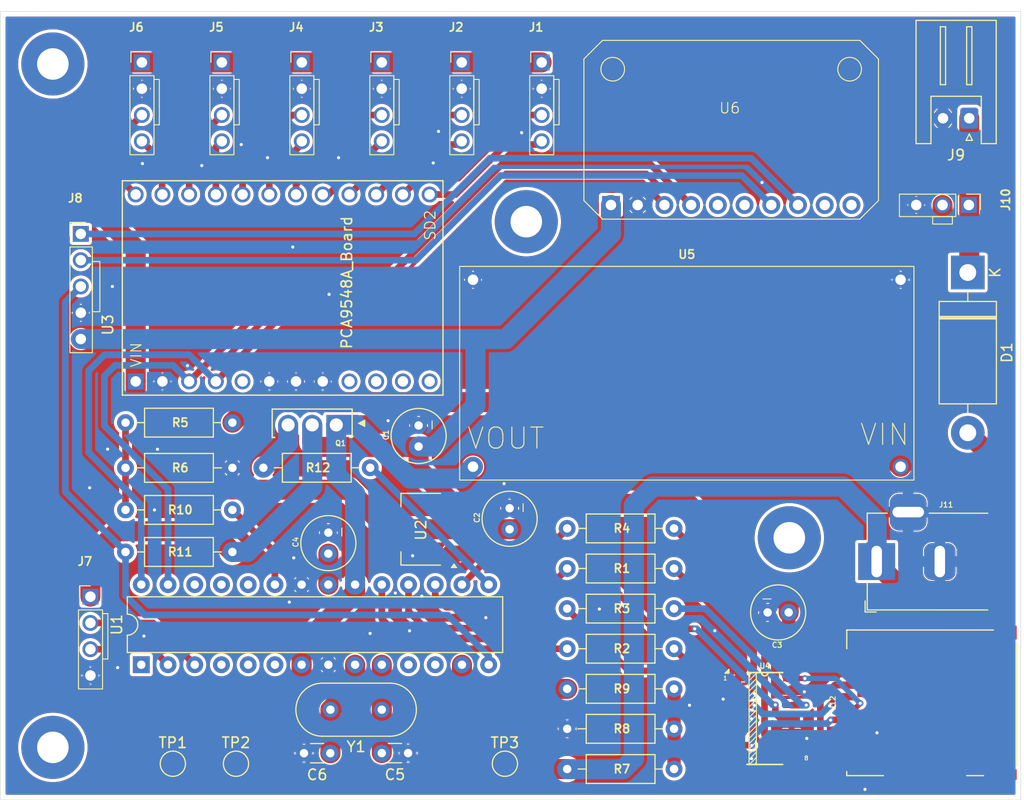
<source format=kicad_pcb>
(kicad_pcb (version 20240108) (generator "pcbnew") (generator_version "8.0")
  (layers (0 "F.Cu" signal) (31 "B.Cu" signal) (34 "B.Paste" user) (35 "F.Paste" user) (36 "B.SilkS" user "B.Silkscreen") (37 "F.SilkS" user "F.Silkscreen") (38 "B.Mask" user) (39 "F.Mask" user) (44 "Edge.Cuts" user))
  (net 0 "")
  (net 1 "Net-(D1-K)")
  (net 2 "12VDC")
  (net 3 "3V3DC")
  (net 4 "Chg_Indicator")
  (net 5 "Net-(U1-AREF)")
  (net 6 "Net-(U1-XTAL2{slash}PB7)")
  (net 7 "Net-(U1-XTAL1{slash}PB6)")
  (net 8 "CLK")
  (net 9 "MISO")
  (net 10 "Bat_Measure")
  (net 11 "CS")
  (net 12 "RX")
  (net 13 "TX")
  (net 14 "MOSI")
  (net 15 "GAIN1")
  (net 16 "Net-(U4-B0)")
  (net 17 "Net-(U4-B1)")
  (net 18 "Net-(U4-B2)")
  (net 19 "SCL")
  (net 20 "GAIN0")
  (net 21 "SDA")
  (net 22 "Net-(U4-B3)")
  (net 25 "CLK_L")
  (net 26 "MISO_L")
  (net 27 "CS_L")
  (net 28 "MOSI_L")
  (net 30 "VBatt")
  (net 34 "Sens_Indicator")
  (net 36 "SDA2")
  (net 38 "SDA4")
  (net 39 "SCL5")
  (net 40 "SCL3")
  (net 41 "SCL0")
  (net 42 "SDA1")
  (net 43 "SDA5")
  (net 44 "SCL4")
  (net 45 "SDA3")
  (net 46 "SCL1")
  (net 47 "SCL2")
  (net 48 "SDA0")
  (net 49 "Net-(R10-Pad1)")
  (net 50 "Net-(R7-Pad2)")
  (net 55 "GND")
  (net 63 "Limiter")
  (net 64 "5VDCL")
  (net 65 "5VDCB")
  (net 66 "Net-(Q1-B)")
  (footprint "CustomTransistorPNP:THT_BD140" (layer "F.Cu") (at 136.2425 102.01 180)
    (property "Reference" "Q1")
    (property "Value" "BD140")
  )
  (footprint "CustomCapacitorTHT:C_Radial_D5.0mm_H11.0mm_P2.00mm" (layer "F.Cu") (at 137.78 114.41 90)
    (property "Reference" "C4")
    (property "Value" "100")
  )
  (footprint "TestPoint:TestPoint_Pad_D2.0mm" (layer "F.Cu") (at 123 134.39)
    (property "Reference" "TP1")
    (property "Value" "GND")
  )
  (footprint "CustomConnectorTHT:JST_B4B-XH-A_Vertical" (layer "F.Cu") (at 142.33 71.44 90)
    (property "Reference" "J3")
    (property "Value" "T3")
  )
  (footprint "" (layer "F.Cu") (at 181.594715 112.9)
    (property "Reference" "")
    (property "Value" "")
  )
  (footprint "CustomMiscellaneous:74VHCT125" (layer "F.Cu") (at 179.266315 130.089685)
    (property "Reference" "U4")
    (property "Value" "IC-SD")
  )
  (footprint "Package_DIP:DIP-28_W7.62mm" (layer "F.Cu") (at 120 124.975 90)
    (property "Reference" "U1")
    (property "Value" "ATmega328P-P")
  )
  (footprint "Connector_JST:JST_XH_S2B-XH-A_1x02_P2.50mm_Horizontal" (layer "F.Cu") (at 198.7 73 180)
    (property "Reference" "J9")
    (property "Value" "Battery")
  )
  (footprint "CustomResistorTHT:R_Axial_DIN0207_L6.3mm_D2.5mm_P10.16mm_Horizontal" (layer "F.Cu") (at 118.5 110.25)
    (property "Reference" "R10")
    (property "Value" "100")
  )
  (footprint "CustomResistorTHT:R_Axial_DIN0207_L6.3mm_D2.5mm_P10.16mm_Horizontal" (layer "F.Cu") (at 118.5 101.95)
    (property "Reference" "R5")
    (property "Value" "10k")
  )
  (footprint "Capacitor_THT:C_Disc_D3.0mm_W1.6mm_P2.50mm" (layer "F.Cu") (at 137.965 133.39 180)
    (property "Reference" "C6")
    (property "Value" "22pF")
  )
  (footprint "CustomResistorTHT:R_Axial_DIN0207_L6.3mm_D2.5mm_P10.16mm_Horizontal" (layer "F.Cu") (at 118.5 114.25)
    (property "Reference" "R11")
    (property "Value" "10k")
  )
  (footprint "Package_TO_SOT_SMD:SOT-223-3_TabPin2" (layer "F.Cu") (at 146.59 112.09 180)
    (property "Reference" "U2")
    (property "Value" "AMS1117")
  )
  (footprint "" (layer "F.Cu") (at 111.594715 67.836685)
    (property "Reference" "")
    (property "Value" "")
  )
  (footprint "CustomResistorTHT:R_Axial_DIN0207_L6.3mm_D2.5mm_P10.16mm_Horizontal" (layer "F.Cu") (at 160.48 127.266932)
    (property "Reference" "R9")
    (property "Value" "100")
  )
  (footprint "CustomResistorTHT:R_Axial_DIN0207_L6.3mm_D2.5mm_P10.16mm_Horizontal" (layer "F.Cu") (at 131.6 106.24)
    (property "Reference" "R12")
    (property "Value" "200")
  )
  (footprint "CustomResistorTHT:R_Axial_DIN0207_L6.3mm_D2.5mm_P10.16mm_Horizontal" (layer "F.Cu") (at 160.48 123.452699)
    (property "Reference" "R2")
    (property "Value" "3k3")
  )
  (footprint "" (layer "F.Cu") (at 156.594715 82.836685)
    (property "Reference" "")
    (property "Value" "")
  )
  (footprint "CustomResistorTHT:R_Axial_DIN0207_L6.3mm_D2.5mm_P10.16mm_Horizontal" (layer "F.Cu") (at 160.48 115.824233)
    (property "Reference" "R1")
    (property "Value" "3k3")
  )
  (footprint "" (layer "F.Cu") (at 111.594715 132.836685)
    (property "Reference" "")
    (property "Value" "")
  )
  (footprint "CustomConnectorTHT:JST_B4B-XH-A_Vertical" (layer "F.Cu") (at 157.53 71.44 90)
    (property "Reference" "J1")
    (property "Value" "T1")
  )
  (footprint "CustomConnectorTHT:JST_B4B-XH-A_Vertical" (layer "F.Cu") (at 149.93 71.44 90)
    (property "Reference" "J2")
    (property "Value" "T2")
  )
  (footprint "TestPoint:TestPoint_Pad_D2.0mm" (layer "F.Cu") (at 129 134.39)
    (property "Reference" "TP2")
    (property "Value" "5V")
  )
  (footprint "CustomResistorTHT:R_Axial_DIN0207_L6.3mm_D2.5mm_P10.16mm_Horizontal" (layer "F.Cu") (at 160.48 134.8954)
    (property "Reference" "R7")
    (property "Value" "33k")
  )
  (footprint "TestPoint:TestPoint_Pad_D2.0mm" (layer "F.Cu") (at 154.56 134.39)
    (property "Reference" "TP3")
    (property "Value" "12V")
  )
  (footprint "CustomConnectorTHT:JackDC" (layer "F.Cu") (at 189.899 115.16 180)
    (property "Reference" "J11")
    (property "Value" "12VDC In")
  )
  (footprint "CustomConnectorTHT:JST_B4B-XH-A_Vertical" (layer "F.Cu") (at 127.13 71.44 90)
    (property "Reference" "J5")
    (property "Value" "T5")
  )
  (footprint "CustomCapacitorTHT:C_Radial_D5.0mm_H11.0mm_P2.00mm" (layer "F.Cu") (at 155.01 112.09 90)
    (property "Reference" "C2")
    (property "Value" "100")
  )
  (footprint "CustomResistorTHT:R_Axial_DIN0207_L6.3mm_D2.5mm_P10.16mm_Horizontal" (layer "F.Cu") (at 160.48 119.638466)
    (property "Reference" "R3")
    (property "Value" "3k3")
  )
  (footprint "CustomConnectorTHT:JST_B5B-XH-A_Vertical" (layer "F.Cu") (at 113.725 89 90)
    (property "Reference" "J8")
    (property "Value" "AUX")
  )
  (footprint "CustomCapacitorTHT:C_Radial_D5.0mm_H11.0mm_P2.00mm" (layer "F.Cu") (at 181.5338 120 180)
    (property "Reference" "C3")
    (property "Value" "100")
  )
  (footprint "CustomCapacitorTHT:C_Radial_D5.0mm_H11.0mm_P2.00mm" (layer "F.Cu") (at 146.36 104.22 90)
    (property "Reference" "C1")
    (property "Value" "100")
  )
  (footprint "CustomResistorTHT:R_Axial_DIN0207_L6.3mm_D2.5mm_P10.16mm_Horizontal" (layer "F.Cu") (at 118.5 106.25)
    (property "Reference" "R6")
    (property "Value" "4k7")
  )
  (footprint "CustomConnectorSMD:HRS_DM3AT-SF-PEJM5" (layer "F.Cu") (at 195.13 128.595 90)
    (property "Reference" "J12")
    (property "Value" "MicroSD")
  )
  (footprint "CustomResistorTHT:R_Axial_DIN0207_L6.3mm_D2.5mm_P10.16mm_Horizontal" (layer "F.Cu") (at 160.48 112.01)
    (property "Reference" "R4")
    (property "Value" "3k3")
  )
  (footprint "CustomConnectorTHT:JST_B4B-XH-A_Vertical" (layer "F.Cu") (at 114.6386 122.25 90)
    (property "Reference" "J7")
    (property "Value" "Nextion")
  )
  (footprint "CustomConnectorTHT:JST_B4B-XH-A_Vertical" (layer "F.Cu") (at 119.53 71.44 90)
    (property "Reference" "J6")
    (property "Value" "T6")
  )
  (footprint "CustomConnectorTHT:JST_B3B-XH-A_Vertical" (layer "F.Cu") (at 196.16 80.75)
    (property "Reference" "J10")
    (property "Value" "Switch")
  )
  (footprint "CustomResistorTHT:R_Axial_DIN0207_L6.3mm_D2.5mm_P10.16mm_Horizontal" (layer "F.Cu") (at 160.48 131.07)
    (property "Reference" "R8")
    (property "Value" "22k")
  )
  (footprint "Capacitor_THT:C_Disc_D3.0mm_W1.6mm_P2.50mm" (layer "F.Cu") (at 145.36 133.38 180)
    (property "Reference" "C5")
    (property "Value" "22pF")
  )
  (footprint "CustomMiscellaneous:ADS1115" (layer "F.Cu") (at 176.07 74.09355)
    (property "Reference" "U6")
    (property "Value" "ADS1115")
  )
  (footprint "Crystal:Crystal_HC49-4H_Vertical" (layer "F.Cu") (at 142.86 129.25 180)
    (property "Reference" "Y1")
    (property "Value" "Crystal")
  )
  (footprint "CustomMiscellaneous:PCA9548A" (layer "F.Cu") (at 134.7065 89.14 90)
    (property "Reference" "U3")
    (property "Value" "PCA9548A_Board")
  )
  (footprint "CustomMiscellaneous:Step_Down_DCDC" (layer "F.Cu") (at 171.85 97.25)
    (property "Reference" "U5")
    (property "Value" "Step_Down_DCDC")
  )
  (footprint "Diode_THT:D_DO-201AD_P15.24mm_Horizontal" (layer "F.Cu") (at 198.56 87.671685 -90)
    (property "Reference" "D1")
    (property "Value" "1N5401")
  )
  (footprint "CustomConnectorTHT:JST_B4B-XH-A_Vertical" (layer "F.Cu") (at 134.73 71.44 90)
    (property "Reference" "J4")
    (property "Value" "T4")
  )
  (gr_rect (start 106.594715 62.836685) (end 203.594715 137.836685) (stroke (width 0.05)) (fill none) (layer "Edge.Cuts"))
  (segment (start 198.7 87.64137) (end 198.730315 87.671685) (width 1.905) (layer "F.Cu") (net 1))
  (segment (start 198.7 87.531685) (end 198.56 87.671685) (width 1.905) (layer "F.Cu") (net 1))
  (segment (start 198.7 73) (end 198.7 87.531685) (width 1.905) (layer "F.Cu") (net 1))
  (segment (start 193.54 118.99) (end 189.899 115.349) (width 1.905) (layer "F.Cu") (net 2))
  (segment (start 200.95 105.29137) (end 200.95 117.89) (width 1.905) (layer "F.Cu") (net 2))
  (segment (start 198.570315 102.911685) (end 198.088315 102.911685) (width 1.27) (layer "F.Cu") (net 2))
  (segment (start 199.85 118.99) (end 193.54 118.99) (width 1.905) (layer "F.Cu") (net 2))
  (segment (start 198.570315 102.911685) (end 200.95 105.29137) (width 1.905) (layer "F.Cu") (net 2))
  (segment (start 200.95 117.89) (end 199.85 118.99) (width 1.905) (layer "F.Cu") (net 2))
  (segment (start 155.0694 134.8994) (end 154.56 134.39) (width 1.905) (layer "F.Cu") (net 2))
  (segment (start 189.899 115.349) (end 189.899 115.16) (width 1.905) (layer "F.Cu") (net 2))
  (segment (start 160.4772 134.8994) (end 155.0694 134.8994) (width 1.905) (layer "F.Cu") (net 2))
  (segment (start 166.820315 133.899685) (end 165.81 134.91) (width 1.905) (layer "B.Cu") (net 2))
  (segment (start 166.820315 109.829685) (end 166.820315 133.899685) (width 1.905) (layer "B.Cu") (net 2))
  (segment (start 189.899 111.249) (end 186.68 108.03) (width 1.905) (layer "B.Cu") (net 2))
  (segment (start 165.81 134.91) (end 160.47 134.91) (width 1.905) (layer "B.Cu") (net 2))
  (segment (start 189.899 115.16) (end 189.899 111.249) (width 1.905) (layer "B.Cu") (net 2))
  (segment (start 186.68 108.03) (end 168.62 108.03) (width 1.905) (layer "B.Cu") (net 2))
  (segment (start 168.62 108.03) (end 166.820315 109.829685) (width 1.905) (layer "B.Cu") (net 2))
  (segment (start 158.25 109.66) (end 171.955052 109.66) (width 1.905) (layer "F.Cu") (net 3))
  (segment (start 181.536315 120.002515) (end 181.5338 120) (width 1.27) (layer "F.Cu") (net 3))
  (segment (start 118.45 67.69) (end 158.055 67.69) (width 1.905) (layer "F.Cu") (net 3))
  (segment (start 181.806315 126.279685) (end 183.076315 126.279685) (width 0.508) (layer "F.Cu") (net 3))
  (segment (start 116.58 69.56) (end 118.45 67.69) (width 1.905) (layer "F.Cu") (net 3))
  (segment (start 129.501252 108.33) (end 139.68 108.33) (width 1.905) (layer "F.Cu") (net 3))
  (segment (start 139.68 108.33) (end 143.44 112.09) (width 1.905) (layer "F.Cu") (net 3))
  (segment (start 143.44 112.09) (end 149.74 112.09) (width 1.905) (layer "F.Cu") (net 3))
  (segment (start 155.82 112.09) (end 158.25 109.66) (width 1.905) (layer "F.Cu") (net 3))
  (segment (start 119.4665 85.4035) (end 116.58 82.517) (width 1.905) (layer "F.Cu") (net 3))
  (segment (start 171.955052 109.66) (end 181.5338 119.238748) (width 1.905) (layer "F.Cu") (net 3))
  (segment (start 127.8275 108.2975) (end 129.468752 108.2975) (width 1.905) (layer "F.Cu") (net 3))
  (segment (start 116.58 82.517) (end 116.58 69.56) (width 1.905) (layer "F.Cu") (net 3))
  (segment (start 119.4665 99.9365) (end 127.8275 108.2975) (width 1.905) (layer "F.Cu") (net 3))
  (segment (start 181.5338 119.238748) (end 181.5338 120) (width 1.905) (layer "F.Cu") (net 3))
  (segment (start 119.4665 98.03) (end 119.4665 85.4035) (width 1.905) (layer "F.Cu") (net 3))
  (segment (start 187.86 129.12) (end 186.925 129.12) (width 0.508) (layer "F.Cu") (net 3))
  (segment (start 181.536315 126.009685) (end 181.536315 120.002515) (width 1.27) (layer "F.Cu") (net 3))
  (segment (start 188.34 128.64) (end 187.86 129.12) (width 0.508) (layer "F.Cu") (net 3))
  (segment (start 119.4665 98.03) (end 119.4665 99.9365) (width 1.905) (layer "F.Cu") (net 3))
  (segment (start 155.01 112.09) (end 155.82 112.09) (width 1.905) (layer "F.Cu") (net 3))
  (segment (start 129.468752 108.2975) (end 129.501252 108.33) (width 1.905) (layer "F.Cu") (net 3))
  (segment (start 155.01 112.09) (end 149.74 112.09) (width 1.905) (layer "F.Cu") (net 3))
  (via (at 183.076315 126.279685) (size 0.6) (drill 0.3) (layers "F.Cu" "B.Cu") (net 3))
  (via (at 188.34 128.64) (size 0.6) (drill 0.3) (layers "F.Cu" "B.Cu") (net 3))
  (segment (start 188.341 128.651) (end 185.969685 126.279685) (width 0.508) (layer "B.Cu") (net 3))
  (segment (start 185.969685 126.279685) (end 183.076315 126.279685) (width 0.508) (layer "B.Cu") (net 3))
  (segment (start 151.735932 127.270932) (end 150.48 126.015) (width 1.905) (layer "F.Cu") (net 4))
  (segment (start 150.48 126.015) (end 150.48 124.975) (width 1.905) (layer "F.Cu") (net 4))
  (segment (start 160.4772 127.270932) (end 151.735932 127.270932) (width 1.905) (layer "F.Cu") (net 4))
  (segment (start 137.78 117.355) (end 137.78 114.41) (width 1.905) (layer "F.Cu") (net 5))
  (segment (start 142.86 124.975) (end 142.86 129.25) (width 1.905) (layer "F.Cu") (net 6))
  (segment (start 142.86 129.25) (end 142.86 133.3718) (width 1.905) (layer "F.Cu") (net 6))
  (segment (start 137.98 129.25) (end 137.98 133.375) (width 1.905) (layer "F.Cu") (net 7))
  (segment (start 137.98 133.375) (end 137.965 133.39) (width 1.905) (layer "F.Cu") (net 7))
  (segment (start 140.32 126.91) (end 137.98 129.25) (width 1.905) (layer "F.Cu") (net 7))
  (segment (start 140.32 124.975) (end 140.32 126.91) (width 1.905) (layer "F.Cu") (net 7))
  (segment (start 160.470315 123.485685) (end 160.470315 123.483156) (width 0.635) (layer "F.Cu") (net 8))
  (segment (start 145.706699 123.456699) (end 142.86 120.61) (width 0.635) (layer "F.Cu") (net 8))
  (segment (start 142.86 120.61) (end 142.86 117.355) (width 0.635) (layer "F.Cu") (net 8))
  (segment (start 160.470315 123.483156) (end 160.443858 123.456699) (width 0.635) (layer "F.Cu") (net 8))
  (segment (start 160.443858 123.456699) (end 145.706699 123.456699) (width 0.635) (layer "F.Cu") (net 8))
  (segment (start 145.4 119.9) (end 145.4 117.355) (width 0.635) (layer "F.Cu") (net 9))
  (segment (start 165.214403 118.06) (end 159.943 118.06) (width 0.635) (layer "F.Cu") (net 9))
  (segment (start 172.605 121.56) (end 168.714403 121.56) (width 0.635) (layer "F.Cu") (net 9))
  (segment (start 168.714403 121.56) (end 165.214403 118.06) (width 0.635) (layer "F.Cu") (net 9))
  (segment (start 156.503 121.5) (end 147 121.5) (width 0.635) (layer "F.Cu") (net 9))
  (segment (start 180.27 129.6) (end 180.759685 130.089685) (width 0.635) (layer "F.Cu") (net 9))
  (segment (start 180.759685 130.089685) (end 181.806315 130.089685) (width 0.635) (layer "F.Cu") (net 9))
  (segment (start 159.943 118.06) (end 156.503 121.5) (width 0.635) (layer "F.Cu") (net 9))
  (segment (start 180.27 128.79) (end 180.27 129.6) (width 0.635) (layer "F.Cu") (net 9))
  (segment (start 147 121.5) (end 145.4 119.9) (width 0.635) (layer "F.Cu") (net 9))
  (via (at 180.27 128.79) (size 0.6) (drill 0.3) (layers "F.Cu" "B.Cu") (net 9))
  (via (at 172.605 121.56) (size 0.6) (drill 0.3) (layers "F.Cu" "B.Cu") (net 9))
  (segment (start 172.785 121.56) (end 180.015 128.79) (width 0.635) (layer "B.Cu") (net 9))
  (segment (start 180.015 128.79) (end 180.27 128.79) (width 0.635) (layer "B.Cu") (net 9))
  (segment (start 172.605 121.56) (end 172.785 121.56) (width 0.635) (layer "B.Cu") (net 9))
  (segment (start 132.7 114.29) (end 132.7 116.535) (width 0.635) (layer "F.Cu") (net 10))
  (segment (start 128.66 110.25) (end 132.7 114.29) (width 0.635) (layer "F.Cu") (net 10))
  (segment (start 160.470315 112.055685) (end 157.276 115.25) (width 0.635) (layer "F.Cu") (net 11))
  (segment (start 157.276 115.25) (end 152.585 115.25) (width 0.635) (layer "F.Cu") (net 11))
  (segment (start 152.585 115.25) (end 150.48 117.355) (width 0.635) (layer "F.Cu") (net 11))
  (segment (start 122.54 124.975) (end 121.065 123.5) (width 0.635) (layer "F.Cu") (net 12))
  (segment (start 121.065 123.5) (end 115.1636 123.5) (width 0.635) (layer "F.Cu") (net 12))
  (segment (start 115.1636 121) (end 121.105 121) (width 0.635) (layer "F.Cu") (net 13))
  (segment (start 121.105 121) (end 125.08 124.975) (width 0.635) (layer "F.Cu") (net 13))
  (segment (start 147.94 118.44) (end 149 119.5) (width 0.635) (layer "F.Cu") (net 14))
  (segment (start 147.94 117.355) (end 147.94 118.44) (width 0.635) (layer "F.Cu") (net 14))
  (segment (start 147.94 116.952) (end 147.94 117.355) (width 0.635) (layer "F.Cu") (net 14))
  (segment (start 156.834737 119.5) (end 160.47 115.864737) (width 0.635) (layer "F.Cu") (net 14))
  (segment (start 149 119.5) (end 156.834737 119.5) (width 0.635) (layer "F.Cu") (net 14))
  (segment (start 145.95 84) (end 114.25 84) (width 0.635) (layer "B.Cu") (net 15))
  (segment (start 153.15 76.8) (end 145.95 84) (width 0.635) (layer "B.Cu") (net 15))
  (segment (start 177.97 76.8) (end 153.15 76.8) (width 0.635) (layer "B.Cu") (net 15))
  (segment (start 182.42 81.25) (end 177.97 76.8) (width 0.635) (layer "B.Cu") (net 15))
  (segment (start 170.63 115.864737) (end 171.124737 115.864737) (width 0.635) (layer "F.Cu") (net 16))
  (segment (start 170.63 115.86537) (end 170.63 115.864737) (width 0.635) (layer "F.Cu") (net 16))
  (segment (start 178.2 127.1682) (end 178.2 123.391033) (width 0.635) (layer "F.Cu") (net 16))
  (segment (start 177.818515 127.549685) (end 178.2 127.1682) (width 0.635) (layer "F.Cu") (net 16))
  (segment (start 170.630315 115.865685) (end 170.63 115.86537) (width 0.635) (layer "F.Cu") (net 16))
  (segment (start 176.726315 127.549685) (end 177.818515 127.549685) (width 0.635) (layer "F.Cu") (net 16))
  (segment (start 178.2 123.391033) (end 170.6372 115.828233) (width 0.635) (layer "F.Cu") (net 16))
  (segment (start 176.726315 131.359685) (end 175.881815 131.359685) (width 0.635) (layer "F.Cu") (net 17))
  (segment (start 175.881815 131.359685) (end 174.3964 129.87427) (width 0.635) (layer "F.Cu") (net 17))
  (segment (start 174.3964 127.215899) (end 170.6372 123.456699) (width 0.635) (layer "F.Cu") (net 17))
  (segment (start 174.3964 129.87427) (end 174.3964 127.215899) (width 0.635) (layer "F.Cu") (net 17))
  (segment (start 183.203315 128.819685) (end 182.949315 128.819685) (width 0.635) (layer "F.Cu") (net 18))
  (segment (start 181.806315 128.819685) (end 183.203315 128.819685) (width 0.635) (layer "F.Cu") (net 18))
  (via (at 183.203315 128.819685) (size 0.6) (drill 0.3) (layers "F.Cu" "B.Cu") (net 18))
  (segment (start 183.203315 128.819685) (end 182.789685 128.819685) (width 0.635) (layer "B.Cu") (net 18))
  (segment (start 182.789685 128.819685) (end 173.612466 119.642466) (width 0.635) (layer "B.Cu") (net 18))
  (segment (start 173.612466 119.642466) (end 170.6372 119.642466) (width 0.635) (layer "B.Cu") (net 18))
  (segment (start 127.0865 98.03) (end 134.2665 90.85) (width 0.635) (layer "F.Cu") (net 19))
  (segment (start 167.62 79.15) (end 169.72 81.25) (width 0.635) (layer "F.Cu") (net 19))
  (segment (start 143.03 90.85) (end 154.73 79.15) (width 0.635) (layer "F.Cu") (net 19))
  (segment (start 134.2665 90.85) (end 143.03 90.85) (width 0.635) (layer "F.Cu") (net 19))
  (segment (start 154.73 79.15) (end 167.62 79.15) (width 0.635) (layer "F.Cu") (net 19))
  (segment (start 116.5 95.5) (end 115 97) (width 0.635) (layer "B.Cu") (net 19))
  (segment (start 115 97) (end 115 104.795) (width 0.635) (layer "B.Cu") (net 19))
  (segment (start 124.5565 95.5) (end 116.5 95.5) (width 0.635) (layer "B.Cu") (net 19))
  (segment (start 115 104.795) (end 120 109.795) (width 0.635) (layer "B.Cu") (net 19))
  (segment (start 127.0865 98.03) (end 124.5565 95.5) (width 0.635) (layer "B.Cu") (net 19))
  (segment (start 120 109.795) (end 120 117.355) (width 0.635) (layer "B.Cu") (net 19))
  (segment (start 146.1 86.5) (end 114.25 86.5) (width 0.635) (layer "B.Cu") (net 20))
  (segment (start 177.08 78.45) (end 154.15 78.45) (width 0.635) (layer "B.Cu") (net 20))
  (segment (start 179.88 81.25) (end 177.08 78.45) (width 0.635) (layer "B.Cu") (net 20))
  (segment (start 154.15 78.45) (end 146.1 86.5) (width 0.635) (layer "B.Cu") (net 20))
  (segment (start 172.26 81.25) (end 168.37 77.36) (width 0.635) (layer "F.Cu") (net 21))
  (segment (start 168.37 77.36) (end 154.29 77.36) (width 0.635) (layer "F.Cu") (net 21))
  (segment (start 143.15 88.5) (end 134.0765 88.5) (width 0.635) (layer "F.Cu") (net 21))
  (segment (start 154.29 77.36) (end 143.15 88.5) (width 0.635) (layer "F.Cu") (net 21))
  (segment (start 134.0765 88.5) (end 124.5465 98.03) (width 0.635) (layer "F.Cu") (net 21))
  (segment (start 123.0165 96.5) (end 117.5 96.5) (width 0.635) (layer "B.Cu") (net 21))
  (segment (start 116.5 97.5) (end 116.5 102.25) (width 0.635) (layer "B.Cu") (net 21))
  (segment (start 124.5465 98.03) (end 123.0165 96.5) (width 0.635) (layer "B.Cu") (net 21))
  (segment (start 117.5 96.5) (end 116.5 97.5) (width 0.635) (layer "B.Cu") (net 21))
  (segment (start 116.5 102.25) (end 122.54 108.29) (width 0.635) (layer "B.Cu") (net 21))
  (segment (start 122.54 108.29) (end 122.54 117.355) (width 0.635) (layer "B.Cu") (net 21))
  (segment (start 179.24 121.71) (end 173.72 116.19) (width 0.635) (layer "F.Cu") (net 22))
  (segment (start 173.72 115.0968) (end 170.6372 112.014) (width 0.635) (layer "F.Cu") (net 22))
  (segment (start 181.806315 132.629685) (end 180.282315 132.629685) (width 0.635) (layer "F.Cu") (net 22))
  (segment (start 180.282315 132.629685) (end 179.24 131.58737) (width 0.635) (layer "F.Cu") (net 22))
  (segment (start 179.24 131.58737) (end 179.24 121.71) (width 0.635) (layer "F.Cu") (net 22))
  (segment (start 173.72 116.19) (end 173.72 115.0968) (width 0.635) (layer "F.Cu") (net 22))
  (segment (start 176.726315 132.629685) (end 177.742315 132.629685) (width 0.635) (layer "F.Cu") (net 25))
  (segment (start 177.742315 132.629685) (end 178.021715 132.655085) (width 0.635) (layer "F.Cu") (net 25))
  (segment (start 177.793115 132.629685) (end 177.767715 132.629685) (width 0.635) (layer "F.Cu") (net 25))
  (segment (start 185.52 130.24) (end 185.54 130.22) (width 0.635) (layer "F.Cu") (net 25))
  (segment (start 185.54 130.22) (end 186.925 130.22) (width 0.635) (layer "F.Cu") (net 25))
  (segment (start 178.021715 132.655085) (end 177.793115 132.629685) (width 0.635) (layer "F.Cu") (net 25))
  (via (at 185.52 130.24) (size 0.6) (drill 0.3) (layers "F.Cu" "B.Cu") (net 25))
  (via (at 178.021715 132.655085) (size 0.6) (drill 0.3) (layers "F.Cu" "B.Cu") (net 25))
  (segment (start 185.187715 130.572285) (end 179.367915 130.572285) (width 0.635) (layer "B.Cu") (net 25))
  (segment (start 178.021715 131.918485) (end 178.021715 132.655085) (width 0.635) (layer "B.Cu") (net 25))
  (segment (start 179.367915 130.572285) (end 178.021715 131.918485) (width 0.635) (layer "B.Cu") (net 25))
  (segment (start 185.52 130.24) (end 185.187715 130.572285) (width 0.635) (layer "B.Cu") (net 25))
  (segment (start 166.361396 125.565185) (end 171.135185 125.565185) (width 0.635) (layer "F.Cu") (net 26))
  (segment (start 160.47 119.673789) (end 166.361396 125.565185) (width 0.635) (layer "F.Cu") (net 26))
  (segment (start 183.59 134.94) (end 186.11 132.42) (width 0.635) (layer "F.Cu") (net 26))
  (segment (start 174.2 134.94) (end 183.59 134.94) (width 0.635) (layer "F.Cu") (net 26))
  (segment (start 173.2788 134.0188) (end 174.2 134.94) (width 0.635) (layer "F.Cu") (net 26))
  (segment (start 186.11 132.42) (end 186.925 132.42) (width 0.635) (layer "F.Cu") (net 26))
  (segment (start 171.135185 125.565185) (end 173.2788 127.7088) (width 0.635) (layer "F.Cu") (net 26))
  (segment (start 173.2788 127.7088) (end 173.2788 134.0188) (width 0.635) (layer "F.Cu") (net 26))
  (segment (start 184.545 128.276777) (end 184.545 132.558) (width 0.635) (layer "F.Cu") (net 27))
  (segment (start 186.925 126.92) (end 185.901777 126.92) (width 0.635) (layer "F.Cu") (net 27))
  (segment (start 183.203315 133.899685) (end 181.806315 133.899685) (width 0.635) (layer "F.Cu") (net 27))
  (segment (start 184.545 132.558) (end 183.203315 133.899685) (width 0.635) (layer "F.Cu") (net 27))
  (segment (start 185.901777 126.92) (end 184.545 128.276777) (width 0.635) (layer "F.Cu") (net 27))
  (segment (start 185.422315 128.879685) (end 186.282 128.02) (width 0.635) (layer "F.Cu") (net 28))
  (segment (start 178.250315 128.819685) (end 177.996315 128.819685) (width 0.635) (layer "F.Cu") (net 28))
  (segment (start 176.726315 128.819685) (end 178.250315 128.819685) (width 0.635) (layer "F.Cu") (net 28))
  (segment (start 186.282 128.02) (end 186.925 128.02) (width 0.635) (layer "F.Cu") (net 28))
  (via (at 178.250315 128.819685) (size 0.6) (drill 0.3) (layers "F.Cu" "B.Cu") (net 28))
  (via (at 185.422315 128.879685) (size 0.6) (drill 0.3) (layers "F.Cu" "B.Cu") (net 28))
  (segment (start 179.085315 129.654685) (end 178.250315 128.819685) (width 0.635) (layer "B.Cu") (net 28))
  (segment (start 184.647315 129.654685) (end 179.085315 129.654685) (width 0.635) (layer "B.Cu") (net 28))
  (segment (start 185.422315 128.879685) (end 184.647315 129.654685) (width 0.635) (layer "B.Cu") (net 28))
  (segment (start 194.15 104.16) (end 192.17 106.14) (width 1.905) (layer "F.Cu") (net 30))
  (segment (start 196.16 84.33) (end 194.15 86.34) (width 1.905) (layer "F.Cu") (net 30))
  (segment (start 186.03 100) (end 130.61 100) (width 1.905) (layer "F.Cu") (net 30))
  (segment (start 130.61 100) (end 128.66 101.95) (width 1.905) (layer "F.Cu") (net 30))
  (segment (start 192.17 106.14) (end 186.03 100) (width 1.905) (layer "F.Cu") (net 30))
  (segment (start 196.16 81.25) (end 196.16 84.33) (width 1.905) (layer "F.Cu") (net 30))
  (segment (start 194.15 86.34) (end 194.15 104.16) (width 1.905) (layer "F.Cu") (net 30))
  (segment (start 149.115 120.25) (end 120.35 120.25) (width 0.635) (layer "B.Cu") (net 34))
  (segment (start 118.5 118.4) (end 118.5 114.25) (width 0.635) (layer "B.Cu") (net 34))
  (segment (start 153.02 124.975) (end 153.02 124.155) (width 0.635) (layer "B.Cu") (net 34))
  (segment (start 112.78 108.53) (end 112.78 90.47) (width 0.635) (layer "B.Cu") (net 34))
  (segment (start 120.35 120.25) (end 118.5 118.4) (width 0.635) (layer "B.Cu") (net 34))
  (segment (start 118.5 114.25) (end 112.78 108.53) (width 0.635) (layer "B.Cu") (net 34))
  (segment (start 153.02 124.155) (end 149.115 120.25) (width 0.635) (layer "B.Cu") (net 34))
  (segment (start 112.78 90.47) (end 114.25 89) (width 0.635) (layer "B.Cu") (net 34))
  (segment (start 137.795 80.25) (end 142.855 75.19) (width 0.635) (layer "F.Cu") (net 36))
  (segment (start 137.2465 80.25) (end 137.795 80.25) (width 0.635) (layer "F.Cu") (net 36))
  (segment (start 127.0865 75.7585) (end 127.655 75.19) (width 0.635) (layer "F.Cu") (net 38))
  (segment (start 127.0865 80.25) (end 127.0865 75.7585) (width 0.635) (layer "F.Cu") (net 38))
  (segment (start 118.49 79.2735) (end 119.4665 80.25) (width 0.635) (layer "F.Cu") (net 39))
  (segment (start 120.055 72.69) (end 118.49 74.255) (width 0.635) (layer "F.Cu") (net 39))
  (segment (start 118.49 74.255) (end 118.49 79.2735) (width 0.635) (layer "F.Cu") (net 39))
  (segment (start 129.6265 77.3735) (end 134.31 72.69) (width 0.635) (layer "F.Cu") (net 40))
  (segment (start 134.31 72.69) (end 135.255 72.69) (width 0.635) (layer "F.Cu") (net 40))
  (segment (start 129.6265 80.25) (end 129.6265 77.3735) (width 0.635) (layer "F.Cu") (net 40))
  (segment (start 156.13 72.69) (end 158.055 72.69) (width 0.635) (layer "F.Cu") (net 41))
  (segment (start 150.12 78.7) (end 156.13 72.69) (width 0.635) (layer "F.Cu") (net 41))
  (segment (start 146.4165 78.7) (end 150.12 78.7) (width 0.635) (layer "F.Cu") (net 41))
  (segment (start 144.8665 80.25) (end 146.4165 78.7) (width 0.635) (layer "F.Cu") (net 41))
  (segment (start 142.3265 80.25) (end 147.0765 75.5) (width 0.635) (layer "F.Cu") (net 42))
  (segment (start 147.0765 75.5) (end 150.145 75.5) (width 0.635) (layer "F.Cu") (net 42))
  (segment (start 150.145 75.5) (end 150.455 75.19) (width 0.635) (layer "F.Cu") (net 42))
  (segment (start 121.98 77.115) (end 121.98 80.2235) (width 0.635) (layer "F.Cu") (net 43))
  (segment (start 121.98 80.2235) (end 122.0065 80.25) (width 0.635) (layer "F.Cu") (net 43))
  (segment (start 120.055 75.19) (end 121.98 77.115) (width 0.635) (layer "F.Cu") (net 43))
  (segment (start 124.5465 80.25) (end 124.5465 75.7985) (width 0.635) (layer "F.Cu") (net 44))
  (segment (start 124.5465 75.7985) (end 127.655 72.69) (width 0.635) (layer "F.Cu") (net 44))
  (segment (start 135.255 75.445) (end 135.255 75.19) (width 0.635) (layer "F.Cu") (net 45))
  (segment (start 132.1665 78.5335) (end 135.255 75.445) (width 0.635) (layer "F.Cu") (net 45))
  (segment (start 132.1665 80.25) (end 132.1665 78.5335) (width 0.635) (layer "F.Cu") (net 45))
  (segment (start 147.3465 72.69) (end 150.455 72.69) (width 0.635) (layer "F.Cu") (net 46))
  (segment (start 139.7865 80.25) (end 147.3465 72.69) (width 0.635) (layer "F.Cu") (net 46))
  (segment (start 134.7065 79.2935) (end 141.31 72.69) (width 0.635) (layer "F.Cu") (net 47))
  (segment (start 134.7065 80.25) (end 134.7065 79.2935) (width 0.635) (layer "F.Cu") (net 47))
  (segment (start 141.31 72.69) (end 142.855 72.69) (width 0.635) (layer "F.Cu") (net 47))
  (segment (start 157.745 75.5) (end 158.055 75.19) (width 0.635) (layer "F.Cu") (net 48))
  (segment (start 154.63 75.5) (end 157.745 75.5) (width 0.635) (layer "F.Cu") (net 48))
  (segment (start 147.4065 80.25) (end 149.88 80.25) (width 0.635) (layer "F.Cu") (net 48))
  (segment (start 149.88 80.25) (end 154.63 75.5) (width 0.635) (layer "F.Cu") (net 48))
  (segment (start 118.5 101.95) (end 118.5 109.45) (width 0.635) (layer "F.Cu") (net 49))
  (segment (start 170.6372 127.270932) (end 170.6372 134.8994) (width 1.27) (layer "F.Cu") (net 50))
  (segment (start 190.825 136.12) (end 190.825 134.865) (width 0.2) (layer "F.Cu") (net 55))
  (segment (start 183.025515 127.549685) (end 182.847715 127.549685) (width 0.635) (layer "F.Cu") (net 55))
  (segment (start 177.843915 130.089685) (end 177.818515 130.089685) (width 0.635) (layer "F.Cu") (net 55))
  (segment (start 177.996315 130.115085) (end 177.843915 130.089685) (width 0.635) (layer "F.Cu") (net 55))
  (segment (start 197.025 136.12) (end 201.175 136.12) (width 0.2) (layer "F.Cu") (net 55))
  (segment (start 177.793115 130.089685) (end 177.996315 130.115085) (width 0.635) (layer "F.Cu") (net 55))
  (segment (start 190.825 134.865) (end 190.83 134.86) (width 0.2) (layer "F.Cu") (net 55))
  (segment (start 176.726315 133.899685) (end 177.996315 133.899685) (width 0.635) (layer "F.Cu") (net 55))
  (segment (start 176.726315 130.089685) (end 177.793115 130.089685) (width 0.635) (layer "F.Cu") (net 55))
  (segment (start 181.806315 127.549685) (end 183.025515 127.549685) (width 0.635) (layer "F.Cu") (net 55))
  (segment (start 177.996315 133.899685) (end 177.818515 133.899685) (width 0.635) (layer "F.Cu") (net 55))
  (via (at 156.15 74.37) (size 0.6) (drill 0.3) (layers "F.Cu" "B.Cu") (net 55))
  (via (at 132 76.75) (size 0.6) (drill 0.3) (layers "F.Cu" "B.Cu") (net 55))
  (via (at 117.75 125.25) (size 0.6) (drill 0.3) (layers "F.Cu" "B.Cu") (net 55))
  (via (at 177.996315 133.899685) (size 0.6) (drill 0.3) (layers "F.Cu" "B.Cu") (net 55))
  (via (at 152.75 120.5) (size 0.6) (drill 0.3) (layers "F.Cu" "B.Cu") (net 55))
  (via (at 183.025515 127.549685) (size 0.6) (drill 0.3) (layers "F.Cu" "B.Cu") (net 55))
  (via (at 138.75 76.75) (size 0.6) (drill 0.3) (layers "F.Cu" "B.Cu") (net 55))
  (via (at 120.11 77.31) (size 0.6) (drill 0.3) (layers "F.Cu" "B.Cu") (net 55))
  (via (at 175.305 128.25) (size 0.6) (drill 0.3) (layers "F.Cu" "B.Cu") (net 55))
  (via (at 121.54 104.48) (size 0.6) (drill 0.3) (layers "F.Cu" "B.Cu") (net 55))
  (via (at 147.75 77.25) (size 0.6) (drill 0.3) (layers "F.Cu" "B.Cu") (net 55))
  (via (at 117.25 89) (size 0.6) (drill 0.3) (layers "F.Cu" "B.Cu") (net 55))
  (via (at 134.49 114.81) (size 0.6) (drill 0.3) (layers "F.Cu" "B.Cu") (net 55))
  (via (at 134.07 119.02) (size 0.6) (drill 0.3) (layers "F.Cu" "B.Cu") (net 55))
  (via (at 120.25 122.25) (size 0.6) (drill 0.3) (layers "F.Cu" "B.Cu") (net 55))
  (via (at 177.996315 130.115085) (size 0.6) (drill 0.3) (layers "F.Cu" "B.Cu") (net 55))
  (via (at 134.4 85.25) (size 0.6) (drill 0.3) (layers "F.Cu" "B.Cu") (net 55))
  (via (at 148.25 74.25) (size 0.6) (drill 0.3) (layers "F.Cu" "B.Cu") (net 55))
  (via (at 141.75 122) (size 0.6) (drill 0.3) (layers "F.Cu" "B.Cu") (net 55))
  (via (at 188.79 136.83) (size 0.6) (drill 0.3) (layers "F.Cu" "B.Cu") (net 55))
  (via (at 189.93 131.45) (size 0.6) (drill 0.3) (layers "F.Cu" "B.Cu") (net 55))
  (via (at 137.85 89.75) (size 0.6) (drill 0.3) (layers "F.Cu" "B.Cu") (net 55))
  (via (at 163.54 119.68) (size 0.6) (drill 0.3) (layers "F.Cu" "B.Cu") (net 55))
  (via (at 146.66 118.45) (size 0.6) (drill 0.3) (layers "F.Cu" "B.Cu") (net 55))
  (via (at 145.5 121.75) (size 0.6) (drill 0.3) (layers "F.Cu" "B.Cu") (net 55))
  (via (at 125.75 77.5) (size 0.6) (drill 0.3) (layers "F.Cu" "B.Cu") (net 55))
  (via (at 144.15 118.155) (size 0.6) (drill 0.3) (layers "F.Cu" "B.Cu") (net 55))
  (via (at 183.255 131.985) (size 0.6) (drill 0.3) (layers "F.Cu" "B.Cu") (net 55))
  (via (at 143.46 101.77) (size 0.6) (drill 0.3) (layers "F.Cu" "B.Cu") (net 55))
  (via (at 172.1104 128.8288) (size 0.6) (drill 0.3) (layers "F.Cu" "B.Cu") (net 55))
  (via (at 179 79.11) (size 0.6) (drill 0.3) (layers "F.Cu" "B.Cu") (net 55))
  (via (at 174.51 121.74) (size 0.6) (drill 0.3) (layers "F.Cu" "B.Cu") (net 55))
  (via (at 115.09 108.15) (size 0.6) (drill 0.3) (layers "F.Cu" "B.Cu") (net 55))
  (via (at 129.5 75.5) (size 0.6) (drill 0.3) (layers "F.Cu" "B.Cu") (net 55))
  (via (at 154.4796 107.75) (size 0.6) (drill 0.3) (layers "F.Cu" "B.Cu") (net 55))
  (via (at 124.39 96.53) (size 0.6) (drill 0.3) (layers "F.Cu" "B.Cu") (net 55))
  (via (at 116.8 104.47) (size 0.6) (drill 0.3) (layers "F.Cu" "B.Cu") (net 55))
  (via (at 145.79 114.61) (size 0.6) (drill 0.3) (layers "F.Cu" "B.Cu") (net 55))
  (via (at 121.25 110.25) (size 0.6) (drill 0.3) (layers "F.Cu" "B.Cu") (net 55))
  (segment (start 141.905 106.24) (end 141.76 106.24) (width 0.635) (layer "B.Cu") (net 63))
  (segment (start 153.02 117.355) (end 141.905 106.24) (width 0.635) (layer "B.Cu") (net 63))
  (segment (start 146.32 104.26) (end 146.36 104.22) (width 1.905) (layer "F.Cu") (net 64))
  (segment (start 136.25 102.275) (end 136.25 103.78) (width 1.905) (layer "F.Cu") (net 64))
  (segment (start 146.36 106.41) (end 149.74 109.79) (width 1.905) (layer "F.Cu") (net 64))
  (segment (start 117.708748 112.28) (end 126.69 112.28) (width 1.905) (layer "F.Cu") (net 64))
  (segment (start 146.36 104.22) (end 146.36 106.41) (width 1.905) (layer "F.Cu") (net 64))
  (segment (start 115.1636 114.825148) (end 117.708748 112.28) (width 1.905) (layer "F.Cu") (net 64))
  (segment (start 136.25 103.78) (end 136.73 104.26) (width 1.905) (layer "F.Cu") (net 64))
  (segment (start 136.73 104.26) (end 146.32 104.26) (width 1.905) (layer "F.Cu") (net 64))
  (segment (start 115.1636 118.5) (end 115.1636 114.825148) (width 1.905) (layer "F.Cu") (net 64))
  (segment (start 126.69 112.28) (end 128.66 114.25) (width 1.905) (layer "F.Cu") (net 64))
  (segment (start 151.77 100.331252) (end 147.881252 104.22) (width 1.905) (layer "B.Cu") (net 64))
  (segment (start 130.08 114.25) (end 128.66 114.25) (width 1.905) (layer "B.Cu") (net 64))
  (segment (start 164.64 84.005) (end 163.6125 85.0325) (width 1.905) (layer "B.Cu") (net 64))
  (segment (start 147.881252 104.22) (end 146.36 104.22) (width 1.905) (layer "B.Cu") (net 64))
  (segment (start 136.24 102.16) (end 136.25 102.17) (width 1.905) (layer "B.Cu") (net 64))
  (segment (start 136.25 102.17) (end 136.25 108.08) (width 1.905) (layer "B.Cu") (net 64))
  (segment (start 114.25 94) (end 154.645 94) (width 1.905) (layer "B.Cu") (net 64))
  (segment (start 154.645 94) (end 163.6125 85.0325) (width 1.905) (layer "B.Cu") (net 64))
  (segment (start 164.64 81.25) (end 164.64 84.005) (width 1.905) (layer "B.Cu") (net 64))
  (segment (start 136.25 108.08) (end 130.08 114.25) (width 1.905) (layer "B.Cu") (net 64))
  (segment (start 151.77 94) (end 151.77 100.331252) (width 1.905) (layer "B.Cu") (net 64))
  (segment (start 135.24 124.975) (end 135.24 123.21) (width 1.905) (layer "F.Cu") (net 65))
  (segment (start 135.24 124.975) (end 135.24 126.10637) (width 1.905) (layer "F.Cu") (net 65))
  (segment (start 135.24 126.10637) (end 129 132.34637) (width 1.905) (layer "F.Cu") (net 65))
  (segment (start 140.32 118.13) (end 140.32 117.355) (width 1.905) (layer "F.Cu") (net 65))
  (segment (start 135.24 123.21) (end 140.32 118.13) (width 1.905) (layer "F.Cu") (net 65))
  (segment (start 129 132.34637) (end 129 134.39) (width 1.905) (layer "F.Cu") (net 65))
  (segment (start 140.441252 102.16) (end 145.541252 107.26) (width 1.905) (layer "B.Cu") (net 65))
  (segment (start 145.541252 107.26) (end 150.41 107.26) (width 1.905) (layer "B.Cu") (net 65))
  (segment (start 138.52 102.16) (end 140.441252 102.16) (width 1.905) (layer "B.Cu") (net 65))
  (segment (start 138.52 102.16) (end 138.53 102.17) (width 1.905) (layer "B.Cu") (net 65))
  (segment (start 138.53 102.17) (end 138.53 106.92) (width 1.905) (layer "B.Cu") (net 65))
  (segment (start 150.41 107.26) (end 151.53 106.14) (width 1.905) (layer "B.Cu") (net 65))
  (segment (start 140.32 108.71) (end 140.32 117.355) (width 1.905) (layer "B.Cu") (net 65))
  (segment (start 138.53 106.92) (end 140.32 108.71) (width 1.905) (layer "B.Cu") (net 65))
  (segment (start 133.96 102.16) (end 133.96 103.88) (width 1.905) (layer "B.Cu") (net 66))
  (segment (start 133.96 103.88) (end 131.6 106.24) (width 1.905) (layer "B.Cu") (net 66))
  (zone (net 55) (net_name "GND") (layers "F&B.Cu") (connect_pads (clearance 0.3)) (min_thickness 0.25) (fill yes (thermal_gap 0.1) (thermal_bridge_width 1))
    (polygon (pts (xy 107.002315 137.455685) (xy 203.452315 137.455685) (xy 203.452315 63.033685) (xy 107.002315 63.033685)))
  )
)
</source>
